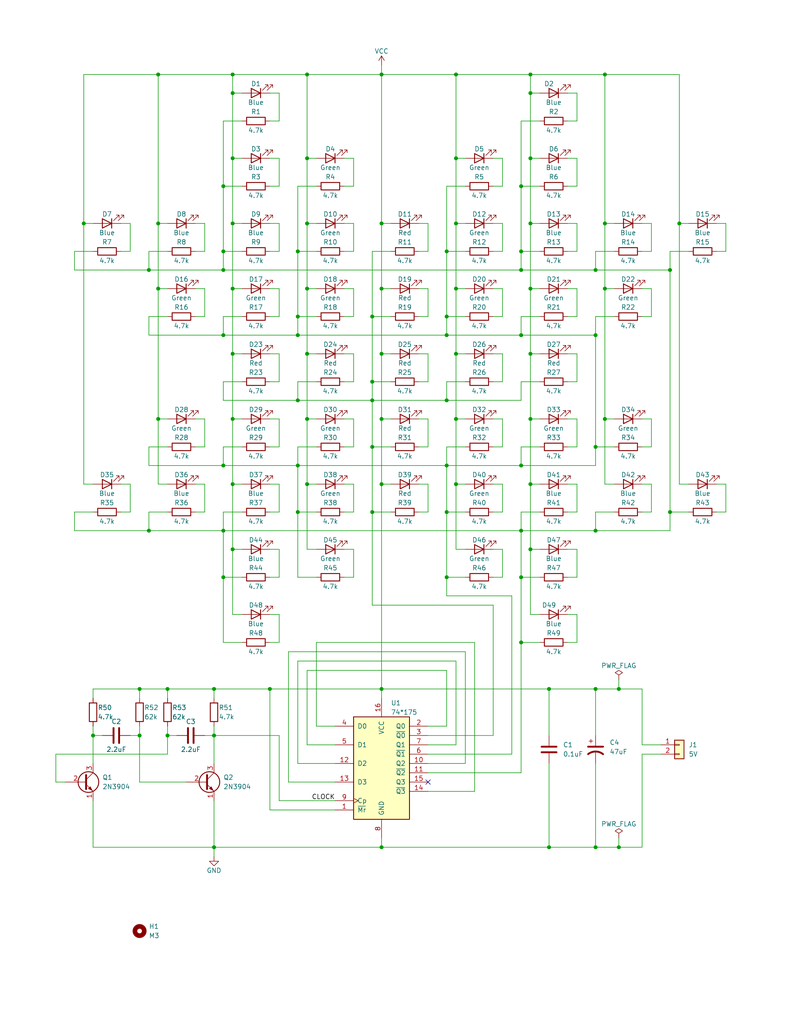
<source format=kicad_sch>
(kicad_sch (version 20211123) (generator eeschema)
  (paper "USLetter" portrait)
  (lib_symbols
    (symbol "74xx:74LS175" (pin_names (offset 1.016))
      (property "Reference" "U" (at -7.62 13.97 0))
      (property "Value" "74LS175" (at -7.62 -16.51 0))
      (symbol "74LS175_1_0"
        (pin input line (at -12.7 -12.7 0) (length 5.08) (name "~{Mr}") (number "1"))
        (pin output line (at 12.7 0 180) (length 5.08) (name "Q2") (number "10"))
        (pin output line (at 12.7 -2.54 180) (length 5.08) (name "~{Q2}") (number "11"))
        (pin input line (at -12.7 0 0) (length 5.08) (name "D2") (number "12"))
        (pin input line (at -12.7 -5.08 0) (length 5.08) (name "D3") (number "13"))
        (pin output line (at 12.7 -7.62 180) (length 5.08) (name "~{Q3}") (number "14"))
        (pin output line (at 12.7 -5.08 180) (length 5.08) (name "Q3") (number "15"))
        (pin power_in line (at 0 17.78 270) (length 5.08) (name "VCC") (number "16"))
        (pin output line (at 12.7 10.16 180) (length 5.08) (name "Q0") (number "2"))
        (pin output line (at 12.7 7.62 180) (length 5.08) (name "~{Q0}") (number "3"))
        (pin input line (at -12.7 10.16 0) (length 5.08) (name "D0") (number "4"))
        (pin input line (at -12.7 5.08 0) (length 5.08) (name "D1") (number "5"))
        (pin output line (at 12.7 2.54 180) (length 5.08) (name "~{Q1}") (number "6"))
        (pin output line (at 12.7 5.08 180) (length 5.08) (name "Q1") (number "7"))
        (pin power_in line (at 0 -20.32 90) (length 5.08) (name "GND") (number "8"))
        (pin input clock (at -12.7 -10.16 0) (length 5.08) (name "Cp") (number "9"))
      )
    )
    (symbol "Connector_Generic:Conn_01x02" (pin_names (offset 1.016) hide)
      (property "Reference" "J" (at 0 2.54 0))
      (property "Value" "Conn_01x02" (at 0 -5.08 0))
      (symbol "Conn_01x02_1_1"
        (pin passive line (at -5.08 0 0) (length 3.81) (name "Pin_1") (number "1"))
        (pin passive line (at -5.08 -2.54 0) (length 3.81) (name "Pin_2") (number "2"))
      )
    )
    (symbol "Device:C" (pin_numbers hide) (pin_names (offset 0.254))
      (property "Reference" "C" (at 0.635 2.54 0))
      (property "Value" "C" (at 0.635 -2.54 0))
      (symbol "C_1_1"
        (pin passive line (at 0 3.81 270) (length 2.794) (name "~") (number "1"))
        (pin passive line (at 0 -3.81 90) (length 2.794) (name "~") (number "2"))
      )
    )
    (symbol "Device:C_Polarized_US" (pin_numbers hide) (pin_names (offset 0.254) hide)
      (property "Reference" "C" (at 0.635 2.54 0))
      (property "Value" "C_Polarized_US" (at 0.635 -2.54 0))
      (symbol "C_Polarized_US_1_1"
        (pin passive line (at 0 3.81 270) (length 2.794) (name "~") (number "1"))
        (pin passive line (at 0 -3.81 90) (length 3.302) (name "~") (number "2"))
      )
    )
    (symbol "Device:LED" (pin_numbers hide) (pin_names (offset 1.016) hide)
      (property "Reference" "D" (at 0 2.54 0))
      (property "Value" "LED" (at 0 -2.54 0))
      (symbol "LED_1_1"
        (pin passive line (at -3.81 0 0) (length 2.54) (name "K") (number "1"))
        (pin passive line (at 3.81 0 180) (length 2.54) (name "A") (number "2"))
      )
    )
    (symbol "Device:R" (pin_numbers hide) (pin_names (offset 0))
      (property "Reference" "R" (at 2.032 0 90))
      (property "Value" "R" (at 0 0 90))
      (symbol "R_1_1"
        (pin passive line (at 0 3.81 270) (length 1.27) (name "~") (number "1"))
        (pin passive line (at 0 -3.81 90) (length 1.27) (name "~") (number "2"))
      )
    )
    (symbol "Mechanical:MountingHole" (pin_names (offset 1.016))
      (property "Reference" "H" (at 0 5.08 0))
      (property "Value" "MountingHole" (at 0 3.175 0))
    )
    (symbol "Transistor_BJT:2N3904" (pin_names (offset 0) hide)
      (property "Reference" "Q" (at 5.08 1.905 0))
      (property "Value" "2N3904" (at 5.08 0 0))
      (symbol "2N3904_1_1"
        (pin passive line (at 2.54 -5.08 90) (length 2.54) (name "E") (number "1"))
        (pin passive line (at -5.08 0 0) (length 5.715) (name "B") (number "2"))
        (pin passive line (at 2.54 5.08 270) (length 2.54) (name "C") (number "3"))
      )
    )
    (symbol "power:GND" (power) (pin_names (offset 0))
      (property "Value" "GND" (at 0 -3.81 0))
      (symbol "GND_1_1"
        (pin power_in line (at 0 0 270) (length 0) hide (name "GND") (number "1"))
      )
    )
    (symbol "power:PWR_FLAG" (power) (pin_numbers hide) (pin_names (offset 0) hide)
      (property "Value" "PWR_FLAG" (at 0 3.81 0))
      (symbol "PWR_FLAG_0_0"
        (pin power_out line (at 0 0 90) (length 0) (name "pwr") (number "1"))
      )
    )
    (symbol "power:VCC" (power) (pin_names (offset 0))
      (property "Value" "VCC" (at 0 3.81 0))
      (symbol "VCC_1_1"
        (pin power_in line (at 0 0 90) (length 0) hide (name "VCC") (number "1"))
      )
    )
  )
  (junction (at 83.82 60.96))
  (junction (at 101.6 121.92))
  (junction (at 124.46 43.18))
  (junction (at 124.46 114.3))
  (junction (at 142.24 91.44))
  (junction (at 43.18 114.3))
  (junction (at 165.1 60.96))
  (junction (at 104.14 60.96))
  (junction (at 40.64 144.78))
  (junction (at 40.64 73.66))
  (junction (at 63.5 25.4))
  (junction (at 124.46 96.52))
  (junction (at 121.92 109.22))
  (junction (at 121.92 68.58))
  (junction (at 142.24 144.78))
  (junction (at 81.28 86.36))
  (junction (at 182.88 139.7))
  (junction (at 58.42 200.66))
  (junction (at 104.14 231.14))
  (junction (at 81.28 139.7))
  (junction (at 162.56 231.14))
  (junction (at 83.82 20.32))
  (junction (at 81.28 68.58))
  (junction (at 144.78 132.08))
  (junction (at 142.24 127))
  (junction (at 81.28 109.22))
  (junction (at 63.5 20.32))
  (junction (at 121.92 127))
  (junction (at 168.91 187.96))
  (junction (at 101.6 139.7))
  (junction (at 83.82 78.74))
  (junction (at 144.78 20.32))
  (junction (at 60.96 157.48))
  (junction (at 101.6 104.14))
  (junction (at 83.82 114.3))
  (junction (at 149.86 187.96))
  (junction (at 142.24 73.66))
  (junction (at 83.82 43.18))
  (junction (at 121.92 139.7))
  (junction (at 83.82 132.08))
  (junction (at 60.96 91.44))
  (junction (at 81.28 127))
  (junction (at 144.78 60.96))
  (junction (at 124.46 60.96))
  (junction (at 60.96 144.78))
  (junction (at 45.72 200.66))
  (junction (at 144.78 149.86))
  (junction (at 162.56 121.92))
  (junction (at 165.1 114.3))
  (junction (at 22.86 60.96))
  (junction (at 63.5 96.52))
  (junction (at 101.6 109.22))
  (junction (at 38.1 200.66))
  (junction (at 144.78 114.3))
  (junction (at 58.42 187.96))
  (junction (at 104.14 78.74))
  (junction (at 104.14 132.08))
  (junction (at 144.78 78.74))
  (junction (at 60.96 68.58))
  (junction (at 162.56 73.66))
  (junction (at 60.96 73.66))
  (junction (at 162.56 91.44))
  (junction (at 43.18 78.74))
  (junction (at 165.1 20.32))
  (junction (at 144.78 96.52))
  (junction (at 185.42 60.96))
  (junction (at 104.14 96.52))
  (junction (at 25.4 200.66))
  (junction (at 162.56 144.78))
  (junction (at 45.72 187.96))
  (junction (at 60.96 127))
  (junction (at 168.91 231.14))
  (junction (at 58.42 231.14))
  (junction (at 144.78 25.4))
  (junction (at 142.24 50.8))
  (junction (at 43.18 60.96))
  (junction (at 149.86 231.14))
  (junction (at 73.66 187.96))
  (junction (at 63.5 78.74))
  (junction (at 124.46 132.08))
  (junction (at 124.46 20.32))
  (junction (at 142.24 175.26))
  (junction (at 63.5 149.86))
  (junction (at 124.46 78.74))
  (junction (at 81.28 91.44))
  (junction (at 38.1 187.96))
  (junction (at 121.92 91.44))
  (junction (at 121.92 86.36))
  (junction (at 60.96 50.8))
  (junction (at 104.14 114.3))
  (junction (at 165.1 78.74))
  (junction (at 63.5 132.08))
  (junction (at 63.5 43.18))
  (junction (at 142.24 157.48))
  (junction (at 142.24 68.58))
  (junction (at 83.82 96.52))
  (junction (at 104.14 187.96))
  (junction (at 104.14 20.32))
  (junction (at 63.5 60.96))
  (junction (at 121.92 157.48))
  (junction (at 162.56 187.96))
  (junction (at 43.18 20.32))
  (junction (at 101.6 86.36))
  (junction (at 144.78 43.18))
  (junction (at 182.88 73.66))
  (junction (at 63.5 114.3))
  (no_connect (at 116.84 213.36))
  (wire (pts (xy 144.78 78.74) (xy 144.78 96.52)))
  (wire (pts (xy 25.4 139.7) (xy 20.32 139.7)))
  (wire (pts (xy 144.78 43.18) (xy 144.78 60.96)))
  (wire (pts (xy 76.2 121.92) (xy 73.66 121.92)))
  (wire (pts (xy 60.96 68.58) (xy 60.96 73.66)))
  (wire (pts (xy 142.24 91.44) (xy 121.92 91.44)))
  (wire (pts (xy 127 139.7) (xy 121.92 139.7)))
  (wire (pts (xy 106.68 121.92) (xy 101.6 121.92)))
  (wire (pts (xy 81.28 68.58) (xy 81.28 50.8)))
  (wire (pts (xy 83.82 114.3) (xy 83.82 132.08)))
  (wire (pts (xy 63.5 78.74) (xy 63.5 96.52)))
  (wire (pts (xy 134.62 114.3) (xy 137.16 114.3)))
  (wire (pts (xy 157.48 121.92) (xy 154.94 121.92)))
  (wire (pts (xy 55.88 60.96) (xy 55.88 68.58)))
  (wire (pts (xy 60.96 50.8) (xy 60.96 68.58)))
  (wire (pts (xy 45.72 200.66) (xy 48.26 200.66)))
  (wire (pts (xy 137.16 139.7) (xy 134.62 139.7)))
  (wire (pts (xy 104.14 132.08) (xy 104.14 187.96)))
  (wire (pts (xy 86.36 78.74) (xy 83.82 78.74)))
  (wire (pts (xy 86.36 157.48) (xy 81.28 157.48)))
  (wire (pts (xy 134.62 43.18) (xy 137.16 43.18)))
  (wire (pts (xy 66.04 121.92) (xy 60.96 121.92)))
  (wire (pts (xy 45.72 68.58) (xy 40.64 68.58)))
  (wire (pts (xy 35.56 132.08) (xy 35.56 139.7)))
  (wire (pts (xy 121.92 86.36) (xy 121.92 68.58)))
  (wire (pts (xy 86.36 114.3) (xy 83.82 114.3)))
  (wire (pts (xy 121.92 157.48) (xy 121.92 162.56)))
  (wire (pts (xy 175.26 205.74) (xy 175.26 231.14)))
  (wire (pts (xy 127 78.74) (xy 124.46 78.74)))
  (wire (pts (xy 58.42 187.96) (xy 73.66 187.96)))
  (wire (pts (xy 127 60.96) (xy 124.46 60.96)))
  (wire (pts (xy 20.32 68.58) (xy 20.32 73.66)))
  (wire (pts (xy 175.26 60.96) (xy 177.8 60.96)))
  (wire (pts (xy 86.36 60.96) (xy 83.82 60.96)))
  (wire (pts (xy 157.48 60.96) (xy 157.48 68.58)))
  (wire (pts (xy 114.3 78.74) (xy 116.84 78.74)))
  (wire (pts (xy 91.44 213.36) (xy 78.74 213.36)))
  (wire (pts (xy 142.24 109.22) (xy 142.24 104.14)))
  (wire (pts (xy 76.2 218.44) (xy 91.44 218.44)))
  (wire (pts (xy 127 43.18) (xy 124.46 43.18)))
  (wire (pts (xy 60.96 91.44) (xy 40.64 91.44)))
  (wire (pts (xy 35.56 200.66) (xy 38.1 200.66)))
  (wire (pts (xy 180.34 205.74) (xy 175.26 205.74)))
  (wire (pts (xy 45.72 200.66) (xy 45.72 205.74)))
  (wire (pts (xy 139.7 162.56) (xy 139.7 205.74)))
  (wire (pts (xy 73.66 167.64) (xy 76.2 167.64)))
  (wire (pts (xy 45.72 78.74) (xy 43.18 78.74)))
  (wire (pts (xy 124.46 78.74) (xy 124.46 96.52)))
  (wire (pts (xy 149.86 208.28) (xy 149.86 231.14)))
  (wire (pts (xy 167.64 121.92) (xy 162.56 121.92)))
  (wire (pts (xy 134.62 96.52) (xy 137.16 96.52)))
  (wire (pts (xy 63.5 114.3) (xy 63.5 132.08)))
  (wire (pts (xy 121.92 68.58) (xy 121.92 50.8)))
  (wire (pts (xy 76.2 60.96) (xy 76.2 68.58)))
  (wire (pts (xy 60.96 144.78) (xy 60.96 157.48)))
  (wire (pts (xy 55.88 78.74) (xy 55.88 86.36)))
  (wire (pts (xy 43.18 114.3) (xy 43.18 132.08)))
  (wire (pts (xy 124.46 132.08) (xy 124.46 149.86)))
  (wire (pts (xy 154.94 114.3) (xy 157.48 114.3)))
  (wire (pts (xy 38.1 187.96) (xy 38.1 190.5)))
  (wire (pts (xy 55.88 86.36) (xy 53.34 86.36)))
  (wire (pts (xy 157.48 43.18) (xy 157.48 50.8)))
  (wire (pts (xy 66.04 132.08) (xy 63.5 132.08)))
  (wire (pts (xy 25.4 132.08) (xy 22.86 132.08)))
  (wire (pts (xy 104.14 20.32) (xy 124.46 20.32)))
  (wire (pts (xy 63.5 20.32) (xy 83.82 20.32)))
  (wire (pts (xy 142.24 139.7) (xy 142.24 144.78)))
  (wire (pts (xy 154.94 78.74) (xy 157.48 78.74)))
  (wire (pts (xy 55.88 200.66) (xy 58.42 200.66)))
  (wire (pts (xy 175.26 132.08) (xy 177.8 132.08)))
  (wire (pts (xy 96.52 50.8) (xy 93.98 50.8)))
  (wire (pts (xy 86.36 121.92) (xy 81.28 121.92)))
  (wire (pts (xy 121.92 91.44) (xy 121.92 86.36)))
  (wire (pts (xy 147.32 132.08) (xy 144.78 132.08)))
  (wire (pts (xy 38.1 200.66) (xy 38.1 213.36)))
  (wire (pts (xy 86.36 50.8) (xy 81.28 50.8)))
  (wire (pts (xy 106.68 104.14) (xy 101.6 104.14)))
  (wire (pts (xy 121.92 121.92) (xy 121.92 127)))
  (wire (pts (xy 147.32 86.36) (xy 142.24 86.36)))
  (wire (pts (xy 73.66 25.4) (xy 76.2 25.4)))
  (wire (pts (xy 58.42 231.14) (xy 104.14 231.14)))
  (wire (pts (xy 142.24 175.26) (xy 142.24 210.82)))
  (wire (pts (xy 96.52 43.18) (xy 96.52 50.8)))
  (wire (pts (xy 60.96 144.78) (xy 142.24 144.78)))
  (wire (pts (xy 177.8 139.7) (xy 175.26 139.7)))
  (wire (pts (xy 154.94 60.96) (xy 157.48 60.96)))
  (wire (pts (xy 58.42 200.66) (xy 58.42 208.28)))
  (wire (pts (xy 76.2 167.64) (xy 76.2 175.26)))
  (wire (pts (xy 35.56 139.7) (xy 33.02 139.7)))
  (wire (pts (xy 116.84 96.52) (xy 116.84 104.14)))
  (wire (pts (xy 76.2 132.08) (xy 76.2 139.7)))
  (wire (pts (xy 43.18 78.74) (xy 43.18 114.3)))
  (wire (pts (xy 55.88 132.08) (xy 55.88 139.7)))
  (wire (pts (xy 60.96 139.7) (xy 60.96 144.78)))
  (wire (pts (xy 127 208.28) (xy 116.84 208.28)))
  (wire (pts (xy 162.56 187.96) (xy 162.56 200.66)))
  (wire (pts (xy 167.64 68.58) (xy 162.56 68.58)))
  (wire (pts (xy 127 157.48) (xy 121.92 157.48)))
  (wire (pts (xy 86.36 43.18) (xy 83.82 43.18)))
  (wire (pts (xy 142.24 73.66) (xy 162.56 73.66)))
  (wire (pts (xy 147.32 104.14) (xy 142.24 104.14)))
  (wire (pts (xy 106.68 78.74) (xy 104.14 78.74)))
  (wire (pts (xy 93.98 96.52) (xy 96.52 96.52)))
  (wire (pts (xy 15.24 205.74) (xy 15.24 213.36)))
  (wire (pts (xy 104.14 231.14) (xy 149.86 231.14)))
  (wire (pts (xy 195.58 132.08) (xy 198.12 132.08)))
  (wire (pts (xy 58.42 231.14) (xy 58.42 218.44)))
  (wire (pts (xy 147.32 121.92) (xy 142.24 121.92)))
  (wire (pts (xy 73.66 220.98) (xy 91.44 220.98)))
  (wire (pts (xy 144.78 114.3) (xy 144.78 132.08)))
  (wire (pts (xy 121.92 91.44) (xy 81.28 91.44)))
  (wire (pts (xy 22.86 20.32) (xy 22.86 60.96)))
  (wire (pts (xy 157.48 78.74) (xy 157.48 86.36)))
  (wire (pts (xy 116.84 86.36) (xy 114.3 86.36)))
  (wire (pts (xy 137.16 50.8) (xy 134.62 50.8)))
  (wire (pts (xy 86.36 104.14) (xy 81.28 104.14)))
  (wire (pts (xy 134.62 165.1) (xy 101.6 165.1)))
  (wire (pts (xy 63.5 43.18) (xy 63.5 60.96)))
  (wire (pts (xy 116.84 210.82) (xy 142.24 210.82)))
  (wire (pts (xy 101.6 121.92) (xy 101.6 139.7)))
  (wire (pts (xy 165.1 20.32) (xy 144.78 20.32)))
  (wire (pts (xy 127 86.36) (xy 121.92 86.36)))
  (wire (pts (xy 154.94 96.52) (xy 157.48 96.52)))
  (wire (pts (xy 20.32 144.78) (xy 40.64 144.78)))
  (wire (pts (xy 45.72 198.12) (xy 45.72 200.66)))
  (wire (pts (xy 96.52 149.86) (xy 96.52 157.48)))
  (wire (pts (xy 96.52 157.48) (xy 93.98 157.48)))
  (wire (pts (xy 157.48 104.14) (xy 154.94 104.14)))
  (wire (pts (xy 129.54 175.26) (xy 86.36 175.26)))
  (wire (pts (xy 76.2 157.48) (xy 73.66 157.48)))
  (wire (pts (xy 60.96 104.14) (xy 60.96 109.22)))
  (wire (pts (xy 96.52 114.3) (xy 96.52 121.92)))
  (wire (pts (xy 147.32 33.02) (xy 142.24 33.02)))
  (wire (pts (xy 96.52 132.08) (xy 96.52 139.7)))
  (wire (pts (xy 43.18 20.32) (xy 22.86 20.32)))
  (wire (pts (xy 20.32 139.7) (xy 20.32 144.78)))
  (wire (pts (xy 73.66 43.18) (xy 76.2 43.18)))
  (wire (pts (xy 35.56 68.58) (xy 33.02 68.58)))
  (wire (pts (xy 195.58 60.96) (xy 198.12 60.96)))
  (wire (pts (xy 127 50.8) (xy 121.92 50.8)))
  (wire (pts (xy 25.4 187.96) (xy 25.4 190.5)))
  (wire (pts (xy 83.82 60.96) (xy 83.82 78.74)))
  (wire (pts (xy 124.46 20.32) (xy 144.78 20.32)))
  (wire (pts (xy 101.6 165.1) (xy 101.6 139.7)))
  (wire (pts (xy 106.68 96.52) (xy 104.14 96.52)))
  (wire (pts (xy 40.64 121.92) (xy 40.64 127)))
  (wire (pts (xy 165.1 60.96) (xy 165.1 78.74)))
  (wire (pts (xy 53.34 78.74) (xy 55.88 78.74)))
  (wire (pts (xy 83.82 20.32) (xy 83.82 43.18)))
  (wire (pts (xy 38.1 187.96) (xy 45.72 187.96)))
  (wire (pts (xy 162.56 144.78) (xy 182.88 144.78)))
  (wire (pts (xy 45.72 121.92) (xy 40.64 121.92)))
  (wire (pts (xy 124.46 180.34) (xy 124.46 203.2)))
  (wire (pts (xy 60.96 33.02) (xy 60.96 50.8)))
  (wire (pts (xy 154.94 25.4) (xy 157.48 25.4)))
  (wire (pts (xy 147.32 50.8) (xy 142.24 50.8)))
  (wire (pts (xy 86.36 96.52) (xy 83.82 96.52)))
  (wire (pts (xy 66.04 78.74) (xy 63.5 78.74)))
  (wire (pts (xy 25.4 200.66) (xy 27.94 200.66)))
  (wire (pts (xy 60.96 157.48) (xy 60.96 175.26)))
  (wire (pts (xy 162.56 139.7) (xy 162.56 144.78)))
  (wire (pts (xy 137.16 43.18) (xy 137.16 50.8)))
  (wire (pts (xy 73.66 96.52) (xy 76.2 96.52)))
  (wire (pts (xy 81.28 91.44) (xy 81.28 86.36)))
  (wire (pts (xy 86.36 149.86) (xy 83.82 149.86)))
  (wire (pts (xy 127 177.8) (xy 127 208.28)))
  (wire (pts (xy 104.14 78.74) (xy 104.14 96.52)))
  (wire (pts (xy 45.72 187.96) (xy 45.72 190.5)))
  (wire (pts (xy 25.4 68.58) (xy 20.32 68.58)))
  (wire (pts (xy 147.32 43.18) (xy 144.78 43.18)))
  (wire (pts (xy 134.62 149.86) (xy 137.16 149.86)))
  (wire (pts (xy 175.26 187.96) (xy 168.91 187.96)))
  (wire (pts (xy 73.66 114.3) (xy 76.2 114.3)))
  (wire (pts (xy 81.28 86.36) (xy 81.28 68.58)))
  (wire (pts (xy 157.48 33.02) (xy 154.94 33.02)))
  (wire (pts (xy 45.72 187.96) (xy 58.42 187.96)))
  (wire (pts (xy 73.66 60.96) (xy 76.2 60.96)))
  (wire (pts (xy 81.28 127) (xy 121.92 127)))
  (wire (pts (xy 81.28 127) (xy 81.28 139.7)))
  (wire (pts (xy 147.32 78.74) (xy 144.78 78.74)))
  (wire (pts (xy 137.16 104.14) (xy 134.62 104.14)))
  (wire (pts (xy 127 68.58) (xy 121.92 68.58)))
  (wire (pts (xy 76.2 104.14) (xy 73.66 104.14)))
  (wire (pts (xy 137.16 114.3) (xy 137.16 121.92)))
  (wire (pts (xy 121.92 139.7) (xy 121.92 157.48)))
  (wire (pts (xy 137.16 132.08) (xy 137.16 139.7)))
  (wire (pts (xy 157.48 175.26) (xy 154.94 175.26)))
  (wire (pts (xy 91.44 208.28) (xy 81.28 208.28)))
  (wire (pts (xy 60.96 73.66) (xy 142.24 73.66)))
  (wire (pts (xy 63.5 96.52) (xy 63.5 114.3)))
  (wire (pts (xy 83.82 96.52) (xy 83.82 114.3)))
  (wire (pts (xy 93.98 114.3) (xy 96.52 114.3)))
  (wire (pts (xy 76.2 200.66) (xy 76.2 218.44)))
  (wire (pts (xy 83.82 78.74) (xy 83.82 96.52)))
  (wire (pts (xy 180.34 203.2) (xy 175.26 203.2)))
  (wire (pts (xy 101.6 109.22) (xy 121.92 109.22)))
  (wire (pts (xy 121.92 109.22) (xy 142.24 109.22)))
  (wire (pts (xy 58.42 187.96) (xy 58.42 190.5)))
  (wire (pts (xy 40.64 68.58) (xy 40.64 73.66)))
  (wire (pts (xy 154.94 132.08) (xy 157.48 132.08)))
  (wire (pts (xy 73.66 220.98) (xy 73.66 187.96)))
  (wire (pts (xy 134.62 132.08) (xy 137.16 132.08)))
  (wire (pts (xy 66.04 167.64) (xy 63.5 167.64)))
  (wire (pts (xy 58.42 200.66) (xy 76.2 200.66)))
  (wire (pts (xy 106.68 60.96) (xy 104.14 60.96)))
  (wire (pts (xy 81.28 109.22) (xy 101.6 109.22)))
  (wire (pts (xy 73.66 132.08) (xy 76.2 132.08)))
  (wire (pts (xy 147.32 114.3) (xy 144.78 114.3)))
  (wire (pts (xy 147.32 25.4) (xy 144.78 25.4)))
  (wire (pts (xy 144.78 20.32) (xy 144.78 25.4)))
  (wire (pts (xy 104.14 114.3) (xy 104.14 132.08)))
  (wire (pts (xy 60.96 127) (xy 81.28 127)))
  (wire (pts (xy 83.82 203.2) (xy 83.82 182.88)))
  (wire (pts (xy 124.46 43.18) (xy 124.46 60.96)))
  (wire (pts (xy 167.64 78.74) (xy 165.1 78.74)))
  (wire (pts (xy 154.94 43.18) (xy 157.48 43.18)))
  (wire (pts (xy 66.04 104.14) (xy 60.96 104.14)))
  (wire (pts (xy 55.88 114.3) (xy 55.88 121.92)))
  (wire (pts (xy 40.64 139.7) (xy 40.64 144.78)))
  (wire (pts (xy 157.48 149.86) (xy 157.48 157.48)))
  (wire (pts (xy 114.3 60.96) (xy 116.84 60.96)))
  (wire (pts (xy 106.68 86.36) (xy 101.6 86.36)))
  (wire (pts (xy 187.96 68.58) (xy 182.88 68.58)))
  (wire (pts (xy 73.66 78.74) (xy 76.2 78.74)))
  (wire (pts (xy 185.42 132.08) (xy 185.42 60.96)))
  (wire (pts (xy 66.04 114.3) (xy 63.5 114.3)))
  (wire (pts (xy 124.46 114.3) (xy 124.46 132.08)))
  (wire (pts (xy 157.48 96.52) (xy 157.48 104.14)))
  (wire (pts (xy 116.84 114.3) (xy 116.84 121.92)))
  (wire (pts (xy 127 121.92) (xy 121.92 121.92)))
  (wire (pts (xy 175.26 114.3) (xy 177.8 114.3)))
  (wire (pts (xy 43.18 20.32) (xy 43.18 60.96)))
  (wire (pts (xy 96.52 139.7) (xy 93.98 139.7)))
  (wire (pts (xy 25.4 187.96) (xy 38.1 187.96)))
  (wire (pts (xy 182.88 144.78) (xy 182.88 139.7)))
  (wire (pts (xy 177.8 114.3) (xy 177.8 121.92)))
  (wire (pts (xy 73.66 149.86) (xy 76.2 149.86)))
  (wire (pts (xy 175.26 78.74) (xy 177.8 78.74)))
  (wire (pts (xy 116.84 121.92) (xy 114.3 121.92)))
  (wire (pts (xy 104.14 187.96) (xy 149.86 187.96)))
  (wire (pts (xy 147.32 149.86) (xy 144.78 149.86)))
  (wire (pts (xy 55.88 139.7) (xy 53.34 139.7)))
  (wire (pts (xy 147.32 175.26) (xy 142.24 175.26)))
  (wire (pts (xy 154.94 167.64) (xy 157.48 167.64)))
  (wire (pts (xy 58.42 200.66) (xy 58.42 198.12)))
  (wire (pts (xy 25.4 231.14) (xy 58.42 231.14)))
  (wire (pts (xy 60.96 109.22) (xy 81.28 109.22)))
  (wire (pts (xy 20.32 73.66) (xy 40.64 73.66)))
  (wire (pts (xy 165.1 60.96) (xy 165.1 20.32)))
  (wire (pts (xy 83.82 20.32) (xy 104.14 20.32)))
  (wire (pts (xy 76.2 33.02) (xy 73.66 33.02)))
  (wire (pts (xy 96.52 121.92) (xy 93.98 121.92)))
  (wire (pts (xy 144.78 25.4) (xy 144.78 43.18)))
  (wire (pts (xy 121.92 127) (xy 142.24 127)))
  (wire (pts (xy 45.72 86.36) (xy 40.64 86.36)))
  (wire (pts (xy 104.14 60.96) (xy 104.14 78.74)))
  (wire (pts (xy 96.52 104.14) (xy 93.98 104.14)))
  (wire (pts (xy 121.92 104.14) (xy 121.92 109.22)))
  (wire (pts (xy 66.04 96.52) (xy 63.5 96.52)))
  (wire (pts (xy 45.72 60.96) (xy 43.18 60.96)))
  (wire (pts (xy 114.3 132.08) (xy 116.84 132.08)))
  (wire (pts (xy 137.16 96.52) (xy 137.16 104.14)))
  (wire (pts (xy 63.5 149.86) (xy 63.5 167.64)))
  (wire (pts (xy 144.78 149.86) (xy 144.78 167.64)))
  (wire (pts (xy 40.64 144.78) (xy 60.96 144.78)))
  (wire (pts (xy 76.2 96.52) (xy 76.2 104.14)))
  (wire (pts (xy 86.36 139.7) (xy 81.28 139.7)))
  (wire (pts (xy 33.02 132.08) (xy 35.56 132.08)))
  (wire (pts (xy 134.62 200.66) (xy 134.62 165.1)))
  (wire (pts (xy 137.16 157.48) (xy 134.62 157.48)))
  (wire (pts (xy 116.84 78.74) (xy 116.84 86.36)))
  (wire (pts (xy 162.56 231.14) (xy 168.91 231.14)))
  (wire (pts (xy 116.84 132.08) (xy 116.84 139.7)))
  (wire (pts (xy 134.62 60.96) (xy 137.16 60.96)))
  (wire (pts (xy 142.24 157.48) (xy 142.24 175.26)))
  (wire (pts (xy 144.78 60.96) (xy 144.78 78.74)))
  (wire (pts (xy 45.72 114.3) (xy 43.18 114.3)))
  (wire (pts (xy 142.24 121.92) (xy 142.24 127)))
  (wire (pts (xy 55.88 121.92) (xy 53.34 121.92)))
  (wire (pts (xy 40.64 91.44) (xy 40.64 86.36)))
  (wire (pts (xy 198.12 60.96) (xy 198.12 68.58)))
  (wire (pts (xy 144.78 96.52) (xy 144.78 114.3)))
  (wire (pts (xy 167.64 60.96) (xy 165.1 60.96)))
  (wire (pts (xy 144.78 132.08) (xy 144.78 149.86)))
  (wire (pts (xy 116.84 139.7) (xy 114.3 139.7)))
  (wire (pts (xy 93.98 43.18) (xy 96.52 43.18)))
  (wire (pts (xy 127 96.52) (xy 124.46 96.52)))
  (wire (pts (xy 96.52 96.52) (xy 96.52 104.14)))
  (wire (pts (xy 40.64 73.66) (xy 60.96 73.66)))
  (wire (pts (xy 15.24 205.74) (xy 45.72 205.74)))
  (wire (pts (xy 187.96 132.08) (xy 185.42 132.08)))
  (wire (pts (xy 177.8 121.92) (xy 175.26 121.92)))
  (wire (pts (xy 121.92 127) (xy 121.92 139.7)))
  (wire (pts (xy 55.88 68.58) (xy 53.34 68.58)))
  (wire (pts (xy 45.72 132.08) (xy 43.18 132.08)))
  (wire (pts (xy 81.28 91.44) (xy 60.96 91.44)))
  (wire (pts (xy 116.84 215.9) (xy 129.54 215.9)))
  (wire (pts (xy 76.2 50.8) (xy 73.66 50.8)))
  (wire (pts (xy 73.66 187.96) (xy 104.14 187.96)))
  (wire (pts (xy 168.91 185.42) (xy 168.91 187.96)))
  (wire (pts (xy 81.28 208.28) (xy 81.28 180.34)))
  (wire (pts (xy 81.28 180.34) (xy 124.46 180.34)))
  (wire (pts (xy 83.82 43.18) (xy 83.82 60.96)))
  (wire (pts (xy 63.5 20.32) (xy 63.5 25.4)))
  (wire (pts (xy 96.52 68.58) (xy 93.98 68.58)))
  (wire (pts (xy 66.04 33.02) (xy 60.96 33.02)))
  (wire (pts (xy 147.32 157.48) (xy 142.24 157.48)))
  (wire (pts (xy 157.48 157.48) (xy 154.94 157.48)))
  (wire (pts (xy 66.04 149.86) (xy 63.5 149.86)))
  (wire (pts (xy 167.64 114.3) (xy 165.1 114.3)))
  (wire (pts (xy 76.2 43.18) (xy 76.2 50.8)))
  (wire (pts (xy 157.48 86.36) (xy 154.94 86.36)))
  (wire (pts (xy 147.32 60.96) (xy 144.78 60.96)))
  (wire (pts (xy 86.36 132.08) (xy 83.82 132.08)))
  (wire (pts (xy 142.24 68.58) (xy 142.24 73.66)))
  (wire (pts (xy 137.16 78.74) (xy 137.16 86.36)))
  (wire (pts (xy 147.32 139.7) (xy 142.24 139.7)))
  (wire (pts (xy 86.36 175.26) (xy 86.36 198.12)))
  (wire (pts (xy 177.8 86.36) (xy 175.26 86.36)))
  (wire (pts (xy 116.84 205.74) (xy 139.7 205.74)))
  (wire (pts (xy 149.86 187.96) (xy 162.56 187.96)))
  (wire (pts (xy 116.84 68.58) (xy 114.3 68.58)))
  (wire (pts (xy 66.04 139.7) (xy 60.96 139.7)))
  (wire (pts (xy 137.16 121.92) (xy 134.62 121.92)))
  (wire (pts (xy 93.98 78.74) (xy 96.52 78.74)))
  (wire (pts (xy 175.26 203.2) (xy 175.26 187.96)))
  (wire (pts (xy 25.4 218.44) (xy 25.4 231.14)))
  (wire (pts (xy 147.32 96.52) (xy 144.78 96.52)))
  (wire (pts (xy 198.12 139.7) (xy 195.58 139.7)))
  (wire (pts (xy 66.04 43.18) (xy 63.5 43.18)))
  (wire (pts (xy 142.24 50.8) (xy 142.24 68.58)))
  (wire (pts (xy 101.6 104.14) (xy 101.6 109.22)))
  (wire (pts (xy 15.24 213.36) (xy 17.78 213.36)))
  (wire (pts (xy 198.12 68.58) (xy 195.58 68.58)))
  (wire (pts (xy 162.56 73.66) (xy 182.88 73.66)))
  (wire (pts (xy 81.28 104.14) (xy 81.28 109.22)))
  (wire (pts (xy 142.24 86.36) (xy 142.24 91.44)))
  (wire (pts (xy 198.12 132.08) (xy 198.12 139.7)))
  (wire (pts (xy 142.24 33.02) (xy 142.24 50.8)))
  (wire (pts (xy 53.34 60.96) (xy 55.88 60.96)))
  (wire (pts (xy 101.6 86.36) (xy 101.6 104.14)))
  (wire (pts (xy 162.56 121.92) (xy 162.56 127)))
  (wire (pts (xy 149.86 231.14) (xy 162.56 231.14)))
  (wire (pts (xy 185.42 20.32) (xy 165.1 20.32)))
  (wire (pts (xy 91.44 203.2) (xy 83.82 203.2)))
  (wire (pts (xy 147.32 68.58) (xy 142.24 68.58)))
  (wire (pts (xy 154.94 149.86) (xy 157.48 149.86)))
  (wire (pts (xy 124.46 20.32) (xy 124.46 43.18)))
  (wire (pts (xy 86.36 198.12) (xy 91.44 198.12)))
  (wire (pts (xy 83.82 182.88) (xy 121.92 182.88)))
  (wire (pts (xy 157.48 25.4) (xy 157.48 33.02)))
  (wire (pts (xy 66.04 68.58) (xy 60.96 68.58)))
  (wire (pts (xy 83.82 132.08) (xy 83.82 149.86)))
  (wire (pts (xy 162.56 91.44) (xy 162.56 121.92)))
  (wire (pts (xy 177.8 132.08) (xy 177.8 139.7)))
  (wire (pts (xy 63.5 132.08) (xy 63.5 149.86)))
  (wire (pts (xy 162.56 91.44) (xy 142.24 91.44)))
  (wire (pts (xy 116.84 60.96) (xy 116.84 68.58)))
  (wire (pts (xy 127 132.08) (xy 124.46 132.08)))
  (wire (pts (xy 93.98 132.08) (xy 96.52 132.08)))
  (wire (pts (xy 38.1 200.66) (xy 38.1 198.12)))
  (wire (pts (xy 76.2 139.7) (xy 73.66 139.7)))
  (wire (pts (xy 177.8 60.96) (xy 177.8 68.58)))
  (wire (pts (xy 182.88 73.66) (xy 182.88 68.58)))
  (wire (pts (xy 187.96 139.7) (xy 182.88 139.7)))
  (wire (pts (xy 106.68 132.08) (xy 104.14 132.08)))
  (wire (pts (xy 76.2 175.26) (xy 73.66 175.26)))
  (wire (pts (xy 101.6 109.22) (xy 101.6 121.92)))
  (wire (pts (xy 43.18 60.96) (xy 43.18 78.74)))
  (wire (pts (xy 157.48 132.08) (xy 157.48 139.7)))
  (wire (pts (xy 35.56 60.96) (xy 35.56 68.58)))
  (wire (pts (xy 137.16 68.58) (xy 134.62 68.58)))
  (wire (pts (xy 38.1 213.36) (xy 50.8 213.36)))
  (wire (pts (xy 66.04 86.36) (xy 60.96 86.36)))
  (wire (pts (xy 33.02 60.96) (xy 35.56 60.96)))
  (wire (pts (xy 66.04 175.26) (xy 60.96 175.26)))
  (wire (pts (xy 104.14 17.78) (xy 104.14 20.32)))
  (wire (pts (xy 76.2 25.4) (xy 76.2 33.02)))
  (wire (pts (xy 116.84 104.14) (xy 114.3 104.14)))
  (wire (pts (xy 63.5 20.32) (xy 43.18 20.32)))
  (wire (pts (xy 60.96 86.36) (xy 60.96 91.44)))
  (wire (pts (xy 157.48 50.8) (xy 154.94 50.8)))
  (wire (pts (xy 137.16 60.96) (xy 137.16 68.58)))
  (wire (pts (xy 22.86 60.96) (xy 22.86 132.08)))
  (wire (pts (xy 165.1 78.74) (xy 165.1 114.3)))
  (wire (pts (xy 106.68 114.3) (xy 104.14 114.3)))
  (wire (pts (xy 162.56 68.58) (xy 162.56 73.66)))
  (wire (pts (xy 104.14 187.96) (xy 104.14 190.5)))
  (wire (pts (xy 25.4 200.66) (xy 25.4 208.28)))
  (wire (pts (xy 127 149.86) (xy 124.46 149.86)))
  (wire (pts (xy 86.36 86.36) (xy 81.28 86.36)))
  (wire (pts (xy 114.3 96.52) (xy 116.84 96.52)))
  (wire (pts (xy 106.68 139.7) (xy 101.6 139.7)))
  (wire (pts (xy 45.72 139.7) (xy 40.64 139.7)))
  (wire (pts (xy 25.4 60.96) (xy 22.86 60.96)))
  (wire (pts (xy 127 104.14) (xy 121.92 104.14)))
  (wire (pts (xy 182.88 73.66) (xy 182.88 139.7)))
  (wire (pts (xy 137.16 149.86) (xy 137.16 157.48)))
  (wire (pts (xy 53.34 114.3) (xy 55.88 114.3)))
  (wire (pts (xy 104.14 96.52) (xy 104.14 114.3)))
  (wire (pts (xy 76.2 86.36) (xy 73.66 86.36)))
  (wire (pts (xy 40.64 127) (xy 60.96 127)))
  (wire (pts (xy 78.74 213.36) (xy 78.74 177.8)))
  (wire (pts (xy 157.48 167.64) (xy 157.48 175.26)))
  (wire (pts (xy 167.64 139.7) (xy 162.56 139.7)))
  (wire (pts (xy 76.2 114.3) (xy 76.2 121.92)))
  (wire (pts (xy 134.62 78.74) (xy 137.16 78.74)))
  (wire (pts (xy 124.46 96.52) (xy 124.46 114.3)))
  (wire (pts (xy 124.46 203.2) (xy 116.84 203.2)))
  (wire (pts (xy 63.5 25.4) (xy 63.5 43.18)))
  (wire (pts (xy 177.8 68.58) (xy 175.26 68.58)))
  (wire (pts (xy 53.34 132.08) (xy 55.88 132.08)))
  (wire (pts (xy 101.6 68.58) (xy 101.6 86.36)))
  (wire (pts (xy 147.32 167.64) (xy 144.78 167.64)))
  (wire (pts (xy 168.91 187.96) (xy 162.56 187.96)))
  (wire (pts (xy 81.28 121.92) (xy 81.28 127)))
  (wire (pts (xy 93.98 149.86) (xy 96.52 149.86)))
  (wire (pts (xy 157.48 68.58) (xy 154.94 68.58)))
  (wire (pts (xy 116.84 200.66) (xy 134.62 200.66)))
  (wire (pts (xy 157.48 114.3) (xy 157.48 121.92)))
  (wire (pts (xy 124.46 60.96) (xy 124.46 78.74)))
  (wire (pts (xy 66.04 25.4) (xy 63.5 25.4)))
  (wire (pts (xy 114.3 114.3) (xy 116.84 114.3)))
  (wire (pts (xy 157.48 139.7) (xy 154.94 139.7)))
  (wire (pts (xy 121.92 198.12) (xy 116.84 198.12)))
  (wire (pts (xy 127 114.3) (xy 124.46 114.3)))
  (wire (pts (xy 168.91 228.6) (xy 168.91 231.14)))
  (wire (pts (xy 66.04 157.48) (xy 60.96 157.48)))
  (wire (pts (xy 76.2 78.74) (xy 76.2 86.36)))
  (wire (pts (xy 185.42 60.96) (xy 187.96 60.96)))
  (wire (pts (xy 104.14 228.6) (xy 104.14 231.14)))
  (wire (pts (xy 63.5 60.96) (xy 63.5 78.74)))
  (wire (pts (xy 93.98 60.96) (xy 96.52 60.96)))
  (wire (pts (xy 60.96 121.92) (xy 60.96 127)))
  (wire (pts (xy 137.16 86.36) (xy 134.62 86.36)))
  (wire (pts (xy 142.24 144.78) (xy 142.24 157.48)))
  (wire (pts (xy 168.91 231.14) (xy 175.26 231.14)))
  (wire (pts (xy 104.14 20.32) (xy 104.14 60.96)))
  (wire (pts (xy 177.8 78.74) (xy 177.8 86.36)))
  (wire (pts (xy 165.1 114.3) (xy 165.1 132.08)))
  (wire (pts (xy 185.42 60.96) (xy 185.42 20.32)))
  (wire (pts (xy 162.56 86.36) (xy 162.56 91.44)))
  (wire (pts (xy 66.04 60.96) (xy 63.5 60.96)))
  (wire (pts (xy 106.68 68.58) (xy 101.6 68.58)))
  (wire (pts (xy 58.42 231.14) (xy 58.42 233.68)))
  (wire (pts (xy 96.52 86.36) (xy 93.98 86.36)))
  (wire (pts (xy 25.4 198.12) (xy 25.4 200.66)))
  (wire (pts (xy 162.56 231.14) (xy 162.56 208.28)))
  (wire (pts (xy 121.92 182.88) (xy 121.92 198.12)))
  (wire (pts (xy 96.52 78.74) (xy 96.52 86.36)))
  (wire (pts (xy 76.2 68.58) (xy 73.66 68.58)))
  (wire (pts (xy 66.04 50.8) (xy 60.96 50.8)))
  (wire (pts (xy 121.92 162.56) (xy 139.7 162.56)))
  (wire (pts (xy 86.36 68.58) (xy 81.28 68.58)))
  (wire (pts (xy 129.54 215.9) (xy 129.54 175.26)))
  (wire (pts (xy 142.24 144.78) (xy 162.56 144.78)))
  (wire (pts (xy 78.74 177.8) (xy 127 177.8)))
  (wire (pts (xy 167.64 86.36) (xy 162.56 86.36)))
  (wire (pts (xy 142.24 127) (xy 162.56 127)))
  (wire (pts (xy 149.86 187.96) (xy 149.86 200.66)))
  (wire (pts (xy 81.28 139.7) (xy 81.28 157.48)))
  (wire (pts (xy 76.2 149.86) (xy 76.2 157.48)))
  (wire (pts (xy 167.64 132.08) (xy 165.1 132.08)))
  (wire (pts (xy 96.52 60.96) (xy 96.52 68.58)))
  (label "CLOCK" (at 91.44 218.44 180))
  (symbol (lib_id "Device:R") (at 49.53 121.92 90) (unit 1)
    (property "Reference" "R28" (at 49.53 119.38 90))
    (property "Value" "4.7k" (at 49.53 124.46 90))
    (property "Footprint" "Resistor_THT:R_Axial_DIN0207_L6.3mm_D2.5mm_P7.62mm_Horizontal" (effects hide))
  )
  (symbol (lib_id "Device:C") (at 31.75 200.66 90) (unit 1)
    (property "Reference" "C2" (at 31.75 196.85 90))
    (property "Value" "2.2uF" (at 31.75 204.47 90))
    (property "Footprint" "Capacitor_THT:C_Rect_L7.0mm_W2.0mm_P5.00mm" (effects hide))
  )
  (symbol (lib_id "Device:R") (at 49.53 139.7 90) (unit 1)
    (property "Reference" "R36" (at 49.53 137.16 90))
    (property "Value" "4.7k" (at 49.53 142.24 90))
    (property "Footprint" "Resistor_THT:R_Axial_DIN0207_L6.3mm_D2.5mm_P7.62mm_Horizontal" (effects hide))
  )
  (symbol (lib_id "Device:R") (at 90.17 157.48 90) (unit 1)
    (property "Reference" "R45" (at 90.17 154.94 90))
    (property "Value" "4.7k" (at 90.17 160.02 90))
    (property "Footprint" "Resistor_THT:R_Axial_DIN0207_L6.3mm_D2.5mm_P7.62mm_Horizontal" (effects hide))
  )
  (symbol (lib_id "power:VCC") (at 104.14 17.78 0) (unit 1)
    (property "Reference" "#PWR0102" (effects hide))
    (property "Value" "VCC" (at 104.14 13.97 0))
  )
  (symbol (lib_id "Device:LED") (at 90.17 114.3 180) (unit 1)
    (property "Reference" "D30" (at 90.17 111.76 0))
    (property "Value" "Green" (at 90.17 116.84 0))
    (property "Footprint" "LED_THT:LED_D3.0mm_Clear" (effects hide))
  )
  (symbol (lib_id "Device:R") (at 25.4 194.31 0) (unit 1)
    (property "Reference" "R50" (at 26.67 193.04 0) (effects (justify left)))
    (property "Value" "4.7k" (at 26.67 195.58 0) (effects (justify left)))
    (property "Footprint" "Resistor_THT:R_Axial_DIN0207_L6.3mm_D2.5mm_P7.62mm_Horizontal" (effects hide))
  )
  (symbol (lib_id "Device:LED") (at 110.49 78.74 180) (unit 1)
    (property "Reference" "D19" (at 110.49 76.2 0))
    (property "Value" "Red" (at 110.49 81.28 0))
    (property "Footprint" "LED_THT:LED_D3.0mm_Clear" (effects hide))
  )
  (symbol (lib_id "Device:R") (at 171.45 68.58 90) (unit 1)
    (property "Reference" "R14" (at 171.45 66.04 90))
    (property "Value" "4.7k" (at 171.45 71.12 90))
    (property "Footprint" "Resistor_THT:R_Axial_DIN0207_L6.3mm_D2.5mm_P7.62mm_Horizontal" (effects hide))
  )
  (symbol (lib_id "Device:R") (at 110.49 121.92 90) (unit 1)
    (property "Reference" "R31" (at 110.49 119.38 90))
    (property "Value" "4.7k" (at 110.49 124.46 90))
    (property "Footprint" "Resistor_THT:R_Axial_DIN0207_L6.3mm_D2.5mm_P7.62mm_Horizontal" (effects hide))
  )
  (symbol (lib_id "Device:C") (at 149.86 204.47 0) (unit 1)
    (property "Reference" "C1" (at 153.67 203.1999 0) (effects (justify left)))
    (property "Value" "0.1uF" (at 153.67 205.7399 0) (effects (justify left)))
    (property "Footprint" "Capacitor_THT:C_Rect_L7.0mm_W2.0mm_P5.00mm" (effects hide))
  )
  (symbol (lib_id "Device:R") (at 69.85 139.7 90) (unit 1)
    (property "Reference" "R37" (at 69.85 137.16 90))
    (property "Value" "4.7k" (at 69.85 142.24 90))
    (property "Footprint" "Resistor_THT:R_Axial_DIN0207_L6.3mm_D2.5mm_P7.62mm_Horizontal" (effects hide))
  )
  (symbol (lib_id "Device:LED") (at 151.13 132.08 180) (unit 1)
    (property "Reference" "D41" (at 151.13 129.54 0))
    (property "Value" "Blue" (at 151.13 134.62 0))
    (property "Footprint" "LED_THT:LED_D3.0mm_Clear" (effects hide))
  )
  (symbol (lib_id "Device:R") (at 130.81 104.14 90) (unit 1)
    (property "Reference" "R26" (at 130.81 101.6 90))
    (property "Value" "4.7k" (at 130.81 106.68 90))
    (property "Footprint" "Resistor_THT:R_Axial_DIN0207_L6.3mm_D2.5mm_P7.62mm_Horizontal" (effects hide))
  )
  (symbol (lib_id "Connector_Generic:Conn_01x02") (at 185.42 203.2 0) (unit 1)
    (property "Reference" "J1" (at 187.96 203.1999 0) (effects (justify left)))
    (property "Value" "5V" (at 187.96 205.7399 0) (effects (justify left)))
    (property "Footprint" "Connector_PinHeader_2.54mm:PinHeader_1x02_P2.54mm_Horizontal" (effects hide))
  )
  (symbol (lib_id "Device:R") (at 110.49 68.58 90) (unit 1)
    (property "Reference" "R11" (at 110.49 66.04 90))
    (property "Value" "4.7k" (at 110.49 71.12 90))
    (property "Footprint" "Resistor_THT:R_Axial_DIN0207_L6.3mm_D2.5mm_P7.62mm_Horizontal" (effects hide))
  )
  (symbol (lib_id "Device:LED") (at 130.81 78.74 180) (unit 1)
    (property "Reference" "D20" (at 130.81 76.2 0))
    (property "Value" "Green" (at 130.81 81.28 0))
    (property "Footprint" "LED_THT:LED_D3.0mm_Clear" (effects hide))
  )
  (symbol (lib_id "power:GND") (at 58.42 233.68 0) (unit 1)
    (property "Reference" "#PWR0101" (effects hide))
    (property "Value" "GND" (at 58.42 237.49 0))
  )
  (symbol (lib_id "Device:R") (at 69.85 68.58 90) (unit 1)
    (property "Reference" "R9" (at 69.85 66.04 90))
    (property "Value" "4.7k" (at 69.85 71.12 90))
    (property "Footprint" "Resistor_THT:R_Axial_DIN0207_L6.3mm_D2.5mm_P7.62mm_Horizontal" (effects hide))
  )
  (symbol (lib_id "Device:R") (at 151.13 121.92 90) (unit 1)
    (property "Reference" "R33" (at 151.13 119.38 90))
    (property "Value" "4.7k" (at 151.13 124.46 90))
    (property "Footprint" "Resistor_THT:R_Axial_DIN0207_L6.3mm_D2.5mm_P7.62mm_Horizontal" (effects hide))
  )
  (symbol (lib_id "Device:R") (at 69.85 121.92 90) (unit 1)
    (property "Reference" "R29" (at 69.85 119.38 90))
    (property "Value" "4.7k" (at 69.85 124.46 90))
    (property "Footprint" "Resistor_THT:R_Axial_DIN0207_L6.3mm_D2.5mm_P7.62mm_Horizontal" (effects hide))
  )
  (symbol (lib_id "Device:R") (at 151.13 104.14 90) (unit 1)
    (property "Reference" "R27" (at 151.13 101.6 90))
    (property "Value" "4.7k" (at 151.13 106.68 90))
    (property "Footprint" "Resistor_THT:R_Axial_DIN0207_L6.3mm_D2.5mm_P7.62mm_Horizontal" (effects hide))
  )
  (symbol (lib_id "Device:LED") (at 69.85 60.96 180) (unit 1)
    (property "Reference" "D9" (at 69.85 58.42 0))
    (property "Value" "Blue" (at 69.85 63.5 0))
    (property "Footprint" "LED_THT:LED_D3.0mm_Clear" (effects hide))
  )
  (symbol (lib_id "Mechanical:MountingHole") (at 38.1 254 0) (unit 1)
    (property "Reference" "H1" (at 40.64 252.7299 0) (effects (justify left)))
    (property "Value" "M3" (at 40.64 255.2699 0) (effects (justify left)))
    (property "Footprint" "MountingHole:MountingHole_3.2mm_M3_DIN965" (effects hide))
  )
  (symbol (lib_id "Device:R") (at 29.21 139.7 90) (unit 1)
    (property "Reference" "R35" (at 29.21 137.16 90))
    (property "Value" "4.7k" (at 29.21 142.24 90))
    (property "Footprint" "Resistor_THT:R_Axial_DIN0207_L6.3mm_D2.5mm_P7.62mm_Horizontal" (effects hide))
  )
  (symbol (lib_id "Device:R") (at 130.81 86.36 90) (unit 1)
    (property "Reference" "R20" (at 130.81 83.82 90))
    (property "Value" "4.7k" (at 130.81 88.9 90))
    (property "Footprint" "Resistor_THT:R_Axial_DIN0207_L6.3mm_D2.5mm_P7.62mm_Horizontal" (effects hide))
  )
  (symbol (lib_id "Device:LED") (at 151.13 96.52 180) (unit 1)
    (property "Reference" "D27" (at 151.13 93.98 0))
    (property "Value" "Red" (at 151.13 99.06 0))
    (property "Footprint" "LED_THT:LED_D3.0mm_Clear" (effects hide))
  )
  (symbol (lib_id "Device:R") (at 90.17 86.36 90) (unit 1)
    (property "Reference" "R18" (at 90.17 83.82 90))
    (property "Value" "4.7k" (at 90.17 88.9 90))
    (property "Footprint" "Resistor_THT:R_Axial_DIN0207_L6.3mm_D2.5mm_P7.62mm_Horizontal" (effects hide))
  )
  (symbol (lib_id "Device:R") (at 58.42 194.31 0) (unit 1)
    (property "Reference" "R51" (at 59.69 193.04 0) (effects (justify left)))
    (property "Value" "4.7k" (at 59.69 195.58 0) (effects (justify left)))
    (property "Footprint" "Resistor_THT:R_Axial_DIN0207_L6.3mm_D2.5mm_P7.62mm_Horizontal" (effects hide))
  )
  (symbol (lib_id "Device:R") (at 130.81 50.8 90) (unit 1)
    (property "Reference" "R5" (at 130.81 48.26 90))
    (property "Value" "4.7k" (at 130.81 53.34 90))
    (property "Footprint" "Resistor_THT:R_Axial_DIN0207_L6.3mm_D2.5mm_P7.62mm_Horizontal" (effects hide))
  )
  (symbol (lib_id "Device:LED") (at 90.17 60.96 180) (unit 1)
    (property "Reference" "D10" (at 90.17 58.42 0))
    (property "Value" "Green" (at 90.17 63.5 0))
    (property "Footprint" "LED_THT:LED_D3.0mm_Clear" (effects hide))
  )
  (symbol (lib_id "Device:R") (at 29.21 68.58 90) (unit 1)
    (property "Reference" "R7" (at 29.21 66.04 90))
    (property "Value" "4.7k" (at 29.21 71.12 90))
    (property "Footprint" "Resistor_THT:R_Axial_DIN0207_L6.3mm_D2.5mm_P7.62mm_Horizontal" (effects hide))
  )
  (symbol (lib_id "Device:R") (at 151.13 86.36 90) (unit 1)
    (property "Reference" "R21" (at 151.13 83.82 90))
    (property "Value" "4.7k" (at 151.13 88.9 90))
    (property "Footprint" "Resistor_THT:R_Axial_DIN0207_L6.3mm_D2.5mm_P7.62mm_Horizontal" (effects hide))
  )
  (symbol (lib_id "Device:LED") (at 49.53 78.74 180) (unit 1)
    (property "Reference" "D16" (at 49.53 76.2 0))
    (property "Value" "Green" (at 49.53 81.28 0))
    (property "Footprint" "LED_THT:LED_D3.0mm_Clear" (effects hide))
  )
  (symbol (lib_id "Device:R") (at 90.17 139.7 90) (unit 1)
    (property "Reference" "R38" (at 90.17 137.16 90))
    (property "Value" "4.7k" (at 90.17 142.24 90))
    (property "Footprint" "Resistor_THT:R_Axial_DIN0207_L6.3mm_D2.5mm_P7.62mm_Horizontal" (effects hide))
  )
  (symbol (lib_id "Device:R") (at 151.13 139.7 90) (unit 1)
    (property "Reference" "R41" (at 151.13 137.16 90))
    (property "Value" "4.7k" (at 151.13 142.24 90))
    (property "Footprint" "Resistor_THT:R_Axial_DIN0207_L6.3mm_D2.5mm_P7.62mm_Horizontal" (effects hide))
  )
  (symbol (lib_id "Device:LED") (at 151.13 78.74 180) (unit 1)
    (property "Reference" "D21" (at 151.13 76.2 0))
    (property "Value" "Green" (at 151.13 81.28 0))
    (property "Footprint" "LED_THT:LED_D3.0mm_Clear" (effects hide))
  )
  (symbol (lib_id "Device:LED") (at 151.13 114.3 180) (unit 1)
    (property "Reference" "D33" (at 151.13 111.76 0))
    (property "Value" "Green" (at 151.13 116.84 0))
    (property "Footprint" "LED_THT:LED_D3.0mm_Clear" (effects hide))
  )
  (symbol (lib_id "Device:LED") (at 69.85 114.3 180) (unit 1)
    (property "Reference" "D29" (at 69.85 111.76 0))
    (property "Value" "Green" (at 69.85 116.84 0))
    (property "Footprint" "LED_THT:LED_D3.0mm_Clear" (effects hide))
  )
  (symbol (lib_id "Device:LED") (at 151.13 149.86 180) (unit 1)
    (property "Reference" "D47" (at 151.13 147.32 0))
    (property "Value" "Blue" (at 151.13 152.4 0))
    (property "Footprint" "LED_THT:LED_D3.0mm_Clear" (effects hide))
  )
  (symbol (lib_id "Device:LED") (at 151.13 167.64 180) (unit 1)
    (property "Reference" "D49" (at 149.86 165.1 0))
    (property "Value" "Blue" (at 151.13 170.18 0))
    (property "Footprint" "LED_THT:LED_D3.0mm_Clear" (effects hide))
  )
  (symbol (lib_id "Transistor_BJT:2N3904") (at 22.86 213.36 0) (unit 1)
    (property "Reference" "Q1" (at 27.94 212.0899 0) (effects (justify left)))
    (property "Value" "2N3904" (at 27.94 214.6299 0) (effects (justify left)))
    (property "Footprint" "Package_TO_SOT_THT:TO-92_Inline_Wide" (effects hide))
    (property "Datasheet" "https://www.onsemi.com/pub/Collateral/2N3903-D.PDF" (effects hide))
  )
  (symbol (lib_id "Device:LED") (at 171.45 114.3 180) (unit 1)
    (property "Reference" "D34" (at 171.45 111.76 0))
    (property "Value" "Green" (at 171.45 116.84 0))
    (property "Footprint" "LED_THT:LED_D3.0mm_Clear" (effects hide))
  )
  (symbol (lib_id "Device:LED") (at 69.85 149.86 180) (unit 1)
    (property "Reference" "D44" (at 69.85 147.32 0))
    (property "Value" "Blue" (at 69.85 152.4 0))
    (property "Footprint" "LED_THT:LED_D3.0mm_Clear" (effects hide))
  )
  (symbol (lib_id "Device:LED") (at 151.13 25.4 180) (unit 1)
    (property "Reference" "D2" (at 149.86 22.86 0))
    (property "Value" "Blue" (at 151.13 27.94 0))
    (property "Footprint" "LED_THT:LED_D3.0mm_Clear" (effects hide))
  )
  (symbol (lib_id "Device:R") (at 90.17 68.58 90) (unit 1)
    (property "Reference" "R10" (at 90.17 66.04 90))
    (property "Value" "4.7k" (at 90.17 71.12 90))
    (property "Footprint" "Resistor_THT:R_Axial_DIN0207_L6.3mm_D2.5mm_P7.62mm_Horizontal" (effects hide))
  )
  (symbol (lib_id "Device:R") (at 130.81 121.92 90) (unit 1)
    (property "Reference" "R32" (at 130.81 119.38 90))
    (property "Value" "4.7k" (at 130.81 124.46 90))
    (property "Footprint" "Resistor_THT:R_Axial_DIN0207_L6.3mm_D2.5mm_P7.62mm_Horizontal" (effects hide))
  )
  (symbol (lib_id "Device:R") (at 69.85 33.02 90) (unit 1)
    (property "Reference" "R1" (at 69.85 30.48 90))
    (property "Value" "4.7k" (at 69.85 35.56 90))
    (property "Footprint" "Resistor_THT:R_Axial_DIN0207_L6.3mm_D2.5mm_P7.62mm_Horizontal" (effects hide))
  )
  (symbol (lib_id "Device:LED") (at 90.17 132.08 180) (unit 1)
    (property "Reference" "D38" (at 90.17 129.54 0))
    (property "Value" "Green" (at 90.17 134.62 0))
    (property "Footprint" "LED_THT:LED_D3.0mm_Clear" (effects hide))
  )
  (symbol (lib_id "Device:R") (at 191.77 139.7 90) (unit 1)
    (property "Reference" "R43" (at 191.77 137.16 90))
    (property "Value" "4.7k" (at 191.77 142.24 90))
    (property "Footprint" "Resistor_THT:R_Axial_DIN0207_L6.3mm_D2.5mm_P7.62mm_Horizontal" (effects hide))
  )
  (symbol (lib_id "Device:R") (at 151.13 175.26 90) (unit 1)
    (property "Reference" "R49" (at 151.13 172.72 90))
    (property "Value" "4.7k" (at 151.13 177.8 90))
    (property "Footprint" "Resistor_THT:R_Axial_DIN0207_L6.3mm_D2.5mm_P7.62mm_Horizontal" (effects hide))
  )
  (symbol (lib_id "Device:LED") (at 49.53 114.3 180) (unit 1)
    (property "Reference" "D28" (at 49.53 111.76 0))
    (property "Value" "Green" (at 49.53 116.84 0))
    (property "Footprint" "LED_THT:LED_D3.0mm_Clear" (effects hide))
  )
  (symbol (lib_id "Device:R") (at 151.13 33.02 90) (unit 1)
    (property "Reference" "R2" (at 151.13 30.48 90))
    (property "Value" "4.7k" (at 151.13 35.56 90))
    (property "Footprint" "Resistor_THT:R_Axial_DIN0207_L6.3mm_D2.5mm_P7.62mm_Horizontal" (effects hide))
  )
  (symbol (lib_id "Device:LED") (at 69.85 43.18 180) (unit 1)
    (property "Reference" "D3" (at 69.85 40.64 0))
    (property "Value" "Blue" (at 69.85 45.72 0))
    (property "Footprint" "LED_THT:LED_D3.0mm_Clear" (effects hide))
  )
  (symbol (lib_id "Device:LED") (at 130.81 132.08 180) (unit 1)
    (property "Reference" "D40" (at 130.81 129.54 0))
    (property "Value" "Green" (at 130.81 134.62 0))
    (property "Footprint" "LED_THT:LED_D3.0mm_Clear" (effects hide))
  )
  (symbol (lib_id "Device:LED") (at 69.85 78.74 180) (unit 1)
    (property "Reference" "D17" (at 69.85 76.2 0))
    (property "Value" "Green" (at 69.85 81.28 0))
    (property "Footprint" "LED_THT:LED_D3.0mm_Clear" (effects hide))
  )
  (symbol (lib_id "Transistor_BJT:2N3904") (at 55.88 213.36 0) (unit 1)
    (property "Reference" "Q2" (at 60.96 212.0899 0) (effects (justify left)))
    (property "Value" "2N3904" (at 60.96 214.6299 0) (effects (justify left)))
    (property "Footprint" "Package_TO_SOT_THT:TO-92_Inline_Wide" (effects hide))
    (property "Datasheet" "https://www.onsemi.com/pub/Collateral/2N3903-D.PDF" (effects hide))
  )
  (symbol (lib_id "74xx:74LS175") (at 104.14 208.28 0) (unit 1)
    (property "Reference" "U1" (at 106.68 191.77 0) (effects (justify left)))
    (property "Value" "74*175" (at 106.68 194.31 0) (effects (justify left)))
    (property "Footprint" "Package_DIP:DIP-16_W7.62mm" (effects hide))
    (property "Datasheet" "http://www.ti.com/lit/gpn/sn74LS175" (effects hide))
  )
  (symbol (lib_id "Device:LED") (at 130.81 60.96 180) (unit 1)
    (property "Reference" "D12" (at 130.81 58.42 0))
    (property "Value" "Green" (at 130.81 63.5 0))
    (property "Footprint" "LED_THT:LED_D3.0mm_Clear" (effects hide))
  )
  (symbol (lib_id "Device:R") (at 151.13 157.48 90) (unit 1)
    (property "Reference" "R47" (at 151.13 154.94 90))
    (property "Value" "4.7k" (at 151.13 160.02 90))
    (property "Footprint" "Resistor_THT:R_Axial_DIN0207_L6.3mm_D2.5mm_P7.62mm_Horizontal" (effects hide))
  )
  (symbol (lib_id "Device:R") (at 171.45 86.36 90) (unit 1)
    (property "Reference" "R22" (at 171.45 83.82 90))
    (property "Value" "4.7k" (at 171.45 88.9 90))
    (property "Footprint" "Resistor_THT:R_Axial_DIN0207_L6.3mm_D2.5mm_P7.62mm_Horizontal" (effects hide))
  )
  (symbol (lib_id "Device:LED") (at 90.17 78.74 180) (unit 1)
    (property "Reference" "D18" (at 90.17 76.2 0))
    (property "Value" "Green" (at 90.17 81.28 0))
    (property "Footprint" "LED_THT:LED_D3.0mm_Clear" (effects hide))
  )
  (symbol (lib_id "Device:LED") (at 171.45 78.74 180) (unit 1)
    (property "Reference" "D22" (at 171.45 76.2 0))
    (property "Value" "Green" (at 171.45 81.28 0))
    (property "Footprint" "LED_THT:LED_D3.0mm_Clear" (effects hide))
  )
  (symbol (lib_id "Device:LED") (at 130.81 114.3 180) (unit 1)
    (property "Reference" "D32" (at 130.81 111.76 0))
    (property "Value" "Green" (at 130.81 116.84 0))
    (property "Footprint" "LED_THT:LED_D3.0mm_Clear" (effects hide))
  )
  (symbol (lib_id "Device:R") (at 38.1 194.31 0) (unit 1)
    (property "Reference" "R52" (at 39.37 193.04 0) (effects (justify left)))
    (property "Value" "62k" (at 39.37 195.58 0) (effects (justify left)))
    (property "Footprint" "Resistor_THT:R_Axial_DIN0207_L6.3mm_D2.5mm_P7.62mm_Horizontal" (effects hide))
  )
  (symbol (lib_id "Device:LED") (at 90.17 96.52 180) (unit 1)
    (property "Reference" "D24" (at 90.17 93.98 0))
    (property "Value" "Red" (at 90.17 99.06 0))
    (property "Footprint" "LED_THT:LED_D3.0mm_Clear" (effects hide))
  )
  (symbol (lib_id "Device:R") (at 69.85 86.36 90) (unit 1)
    (property "Reference" "R17" (at 69.85 83.82 90))
    (property "Value" "4.7k" (at 69.85 88.9 90))
    (property "Footprint" "Resistor_THT:R_Axial_DIN0207_L6.3mm_D2.5mm_P7.62mm_Horizontal" (effects hide))
  )
  (symbol (lib_id "Device:LED") (at 29.21 132.08 180) (unit 1)
    (property "Reference" "D35" (at 29.21 129.54 0))
    (property "Value" "Blue" (at 29.21 134.62 0))
    (property "Footprint" "LED_THT:LED_D3.0mm_Clear" (effects hide))
  )
  (symbol (lib_id "Device:LED") (at 171.45 132.08 180) (unit 1)
    (property "Reference" "D42" (at 171.45 129.54 0))
    (property "Value" "Blue" (at 171.45 134.62 0))
    (property "Footprint" "LED_THT:LED_D3.0mm_Clear" (effects hide))
  )
  (symbol (lib_id "Device:R") (at 110.49 104.14 90) (unit 1)
    (property "Reference" "R25" (at 110.49 101.6 90))
    (property "Value" "4.7k" (at 110.49 106.68 90))
    (property "Footprint" "Resistor_THT:R_Axial_DIN0207_L6.3mm_D2.5mm_P7.62mm_Horizontal" (effects hide))
  )
  (symbol (lib_id "Device:LED") (at 191.77 60.96 180) (unit 1)
    (property "Reference" "D15" (at 191.77 58.42 0))
    (property "Value" "Blue" (at 191.77 63.5 0))
    (property "Footprint" "LED_THT:LED_D3.0mm_Clear" (effects hide))
  )
  (symbol (lib_id "Device:LED") (at 90.17 149.86 180) (unit 1)
    (property "Reference" "D45" (at 90.17 147.32 0))
    (property "Value" "Green" (at 90.17 152.4 0))
    (property "Footprint" "LED_THT:LED_D3.0mm_Clear" (effects hide))
  )
  (symbol (lib_id "Device:R") (at 171.45 139.7 90) (unit 1)
    (property "Reference" "R42" (at 171.45 137.16 90))
    (property "Value" "4.7k" (at 171.45 142.24 90))
    (property "Footprint" "Resistor_THT:R_Axial_DIN0207_L6.3mm_D2.5mm_P7.62mm_Horizontal" (effects hide))
  )
  (symbol (lib_id "Device:LED") (at 69.85 96.52 180) (unit 1)
    (property "Reference" "D23" (at 69.85 93.98 0))
    (property "Value" "Red" (at 69.85 99.06 0))
    (property "Footprint" "LED_THT:LED_D3.0mm_Clear" (effects hide))
  )
  (symbol (lib_id "Device:R") (at 90.17 104.14 90) (unit 1)
    (property "Reference" "R24" (at 90.17 101.6 90))
    (property "Value" "4.7k" (at 90.17 106.68 90))
    (property "Footprint" "Resistor_THT:R_Axial_DIN0207_L6.3mm_D2.5mm_P7.62mm_Horizontal" (effects hide))
  )
  (symbol (lib_id "Device:LED") (at 49.53 60.96 180) (unit 1)
    (property "Reference" "D8" (at 49.53 58.42 0))
    (property "Value" "Blue" (at 49.53 63.5 0))
    (property "Footprint" "LED_THT:LED_D3.0mm_Clear" (effects hide))
  )
  (symbol (lib_id "Device:R") (at 49.53 86.36 90) (unit 1)
    (property "Reference" "R16" (at 49.53 83.82 90))
    (property "Value" "4.7k" (at 49.53 88.9 90))
    (property "Footprint" "Resistor_THT:R_Axial_DIN0207_L6.3mm_D2.5mm_P7.62mm_Horizontal" (effects hide))
  )
  (symbol (lib_id "Device:LED") (at 69.85 167.64 180) (unit 1)
    (property "Reference" "D48" (at 69.85 165.1 0))
    (property "Value" "Blue" (at 69.85 170.18 0))
    (property "Footprint" "LED_THT:LED_D3.0mm_Clear" (effects hide))
  )
  (symbol (lib_id "Device:R") (at 130.81 157.48 90) (unit 1)
    (property "Reference" "R46" (at 130.81 154.94 90))
    (property "Value" "4.7k" (at 130.81 160.02 90))
    (property "Footprint" "Resistor_THT:R_Axial_DIN0207_L6.3mm_D2.5mm_P7.62mm_Horizontal" (effects hide))
  )
  (symbol (lib_id "Device:LED") (at 69.85 132.08 180) (unit 1)
    (property "Reference" "D37" (at 69.85 129.54 0))
    (property "Value" "Blue" (at 69.85 134.62 0))
    (property "Footprint" "LED_THT:LED_D3.0mm_Clear" (effects hide))
  )
  (symbol (lib_id "Device:R") (at 130.81 68.58 90) (unit 1)
    (property "Reference" "R12" (at 130.81 66.04 90))
    (property "Value" "4.7k" (at 130.81 71.12 90))
    (property "Footprint" "Resistor_THT:R_Axial_DIN0207_L6.3mm_D2.5mm_P7.62mm_Horizontal" (effects hide))
  )
  (symbol (lib_id "Device:C") (at 52.07 200.66 90) (unit 1)
    (property "Reference" "C3" (at 52.07 196.85 90))
    (property "Value" "2.2uF" (at 52.07 204.47 90))
    (property "Footprint" "Capacitor_THT:C_Rect_L7.0mm_W2.0mm_P5.00mm" (effects hide))
  )
  (symbol (lib_id "Device:R") (at 49.53 68.58 90) (unit 1)
    (property "Reference" "R8" (at 49.53 66.04 90))
    (property "Value" "4.7k" (at 49.53 71.12 90))
    (property "Footprint" "Resistor_THT:R_Axial_DIN0207_L6.3mm_D2.5mm_P7.62mm_Horizontal" (effects hide))
  )
  (symbol (lib_id "Device:LED") (at 110.49 60.96 180) (unit 1)
    (property "Reference" "D11" (at 110.49 58.42 0))
    (property "Value" "Red" (at 110.49 63.5 0))
    (property "Footprint" "LED_THT:LED_D3.0mm_Clear" (effects hide))
  )
  (symbol (lib_id "Device:R") (at 151.13 50.8 90) (unit 1)
    (property "Reference" "R6" (at 151.13 48.26 90))
    (property "Value" "4.7k" (at 151.13 53.34 90))
    (property "Footprint" "Resistor_THT:R_Axial_DIN0207_L6.3mm_D2.5mm_P7.62mm_Horizontal" (effects hide))
  )
  (symbol (lib_id "Device:LED") (at 69.85 25.4 180) (unit 1)
    (property "Reference" "D1" (at 69.85 22.86 0))
    (property "Value" "Blue" (at 69.85 27.94 0))
    (property "Footprint" "LED_THT:LED_D3.0mm_Clear" (effects hide))
  )
  (symbol (lib_id "Device:LED") (at 151.13 43.18 180) (unit 1)
    (property "Reference" "D6" (at 151.13 40.64 0))
    (property "Value" "Blue" (at 151.13 45.72 0))
    (property "Footprint" "LED_THT:LED_D3.0mm_Clear" (effects hide))
  )
  (symbol (lib_id "Device:LED") (at 171.45 60.96 180) (unit 1)
    (property "Reference" "D14" (at 171.45 58.42 0))
    (property "Value" "Blue" (at 171.45 63.5 0))
    (property "Footprint" "LED_THT:LED_D3.0mm_Clear" (effects hide))
  )
  (symbol (lib_id "Device:R") (at 90.17 50.8 90) (unit 1)
    (property "Reference" "R4" (at 90.17 48.26 90))
    (property "Value" "4.7k" (at 90.17 53.34 90))
    (property "Footprint" "Resistor_THT:R_Axial_DIN0207_L6.3mm_D2.5mm_P7.62mm_Horizontal" (effects hide))
  )
  (symbol (lib_id "Device:R") (at 151.13 68.58 90) (unit 1)
    (property "Reference" "R13" (at 151.13 66.04 90))
    (property "Value" "4.7k" (at 151.13 71.12 90))
    (property "Footprint" "Resistor_THT:R_Axial_DIN0207_L6.3mm_D2.5mm_P7.62mm_Horizontal" (effects hide))
  )
  (symbol (lib_id "Device:LED") (at 151.13 60.96 180) (unit 1)
    (property "Reference" "D13" (at 151.13 58.42 0))
    (property "Value" "Blue" (at 151.13 63.5 0))
    (property "Footprint" "LED_THT:LED_D3.0mm_Clear" (effects hide))
  )
  (symbol (lib_id "Device:C_Polarized_US") (at 162.56 204.47 0) (unit 1)
    (property "Reference" "C4" (at 166.37 202.5649 0) (effects (justify left)))
    (property "Value" "47uF" (at 166.37 205.1049 0) (effects (justify left)))
    (property "Footprint" "Capacitor_THT:CP_Radial_D5.0mm_P2.50mm" (effects hide))
  )
  (symbol (lib_id "Device:LED") (at 90.17 43.18 180) (unit 1)
    (property "Reference" "D4" (at 90.17 40.64 0))
    (property "Value" "Green" (at 90.17 45.72 0))
    (property "Footprint" "LED_THT:LED_D3.0mm_Clear" (effects hide))
  )
  (symbol (lib_id "Device:LED") (at 191.77 132.08 180) (unit 1)
    (property "Reference" "D43" (at 191.77 129.54 0))
    (property "Value" "Blue" (at 191.77 134.62 0))
    (property "Footprint" "LED_THT:LED_D3.0mm_Clear" (effects hide))
  )
  (symbol (lib_id "Device:LED") (at 110.49 132.08 180) (unit 1)
    (property "Reference" "D39" (at 110.49 129.54 0))
    (property "Value" "Red" (at 110.49 134.62 0))
    (property "Footprint" "LED_THT:LED_D3.0mm_Clear" (effects hide))
  )
  (symbol (lib_id "Device:R") (at 90.17 121.92 90) (unit 1)
    (property "Reference" "R30" (at 90.17 119.38 90))
    (property "Value" "4.7k" (at 90.17 124.46 90))
    (property "Footprint" "Resistor_THT:R_Axial_DIN0207_L6.3mm_D2.5mm_P7.62mm_Horizontal" (effects hide))
  )
  (symbol (lib_id "Device:R") (at 69.85 104.14 90) (unit 1)
    (property "Reference" "R23" (at 69.85 101.6 90))
    (property "Value" "4.7k" (at 69.85 106.68 90))
    (property "Footprint" "Resistor_THT:R_Axial_DIN0207_L6.3mm_D2.5mm_P7.62mm_Horizontal" (effects hide))
  )
  (symbol (lib_id "power:PWR_FLAG") (at 168.91 185.42 0) (unit 1)
    (property "Reference" "#FLG0101" (effects hide))
    (property "Value" "PWR_FLAG" (at 168.91 181.61 0))
  )
  (symbol (lib_id "Device:R") (at 69.85 175.26 90) (unit 1)
    (property "Reference" "R48" (at 69.85 172.72 90))
    (property "Value" "4.7k" (at 69.85 177.8 90))
    (property "Footprint" "Resistor_THT:R_Axial_DIN0207_L6.3mm_D2.5mm_P7.62mm_Horizontal" (effects hide))
  )
  (symbol (lib_id "Device:LED") (at 130.81 149.86 180) (unit 1)
    (property "Reference" "D46" (at 130.81 147.32 0))
    (property "Value" "Green" (at 130.81 152.4 0))
    (property "Footprint" "LED_THT:LED_D3.0mm_Clear" (effects hide))
  )
  (symbol (lib_id "Device:LED") (at 130.81 96.52 180) (unit 1)
    (property "Reference" "D26" (at 130.81 93.98 0))
    (property "Value" "Red" (at 130.81 99.06 0))
    (property "Footprint" "LED_THT:LED_D3.0mm_Clear" (effects hide))
  )
  (symbol (lib_id "Device:R") (at 130.81 139.7 90) (unit 1)
    (property "Reference" "R40" (at 130.81 137.16 90))
    (property "Value" "4.7k" (at 130.81 142.24 90))
    (property "Footprint" "Resistor_THT:R_Axial_DIN0207_L6.3mm_D2.5mm_P7.62mm_Horizontal" (effects hide))
  )
  (symbol (lib_id "Device:LED") (at 49.53 132.08 180) (unit 1)
    (property "Reference" "D36" (at 49.53 129.54 0))
    (property "Value" "Blue" (at 49.53 134.62 0))
    (property "Footprint" "LED_THT:LED_D3.0mm_Clear" (effects hide))
  )
  (symbol (lib_id "Device:LED") (at 29.21 60.96 180) (unit 1)
    (property "Reference" "D7" (at 29.21 58.42 0))
    (property "Value" "Blue" (at 29.21 63.5 0))
    (property "Footprint" "LED_THT:LED_D3.0mm_Clear" (effects hide))
  )
  (symbol (lib_id "Device:R") (at 45.72 194.31 0) (unit 1)
    (property "Reference" "R53" (at 46.99 193.04 0) (effects (justify left)))
    (property "Value" "62k" (at 46.99 195.58 0) (effects (justify left)))
    (property "Footprint" "Resistor_THT:R_Axial_DIN0207_L6.3mm_D2.5mm_P7.62mm_Horizontal" (effects hide))
  )
  (symbol (lib_id "Device:R") (at 69.85 157.48 90) (unit 1)
    (property "Reference" "R44" (at 69.85 154.94 90))
    (property "Value" "4.7k" (at 69.85 160.02 90))
    (property "Footprint" "Resistor_THT:R_Axial_DIN0207_L6.3mm_D2.5mm_P7.62mm_Horizontal" (effects hide))
  )
  (symbol (lib_id "Device:R") (at 171.45 121.92 90) (unit 1)
    (property "Reference" "R34" (at 171.45 119.38 90))
    (property "Value" "4.7k" (at 171.45 124.46 90))
    (property "Footprint" "Resistor_THT:R_Axial_DIN0207_L6.3mm_D2.5mm_P7.62mm_Horizontal" (effects hide))
  )
  (symbol (lib_id "Device:LED") (at 110.49 96.52 180) (unit 1)
    (property "Reference" "D25" (at 110.49 93.98 0))
    (property "Value" "Red" (at 110.49 99.06 0))
    (property "Footprint" "LED_THT:LED_D3.0mm_Clear" (effects hide))
  )
  (symbol (lib_id "Device:R") (at 110.49 139.7 90) (unit 1)
    (property "Reference" "R39" (at 110.49 137.16 90))
    (property "Value" "4.7k" (at 110.49 142.24 90))
    (property "Footprint" "Resistor_THT:R_Axial_DIN0207_L6.3mm_D2.5mm_P7.62mm_Horizontal" (effects hide))
  )
  (symbol (lib_id "Device:R") (at 191.77 68.58 90) (unit 1)
    (property "Reference" "R15" (at 191.77 66.04 90))
    (property "Value" "4.7k" (at 191.77 71.12 90))
    (property "Footprint" "Resistor_THT:R_Axial_DIN0207_L6.3mm_D2.5mm_P7.62mm_Horizontal" (effects hide))
  )
  (symbol (lib_id "Device:R") (at 69.85 50.8 90) (unit 1)
    (property "Reference" "R3" (at 69.85 48.26 90))
    (property "Value" "4.7k" (at 69.85 53.34 90))
    (property "Footprint" "Resistor_THT:R_Axial_DIN0207_L6.3mm_D2.5mm_P7.62mm_Horizontal" (effects hide))
  )
  (symbol (lib_id "Device:LED") (at 130.81 43.18 180) (unit 1)
    (property "Reference" "D5" (at 130.81 40.64 0))
    (property "Value" "Green" (at 130.81 45.72 0))
    (property "Footprint" "LED_THT:LED_D3.0mm_Clear" (effects hide))
  )
  (symbol (lib_id "power:PWR_FLAG") (at 168.91 228.6 0) (unit 1)
    (property "Reference" "#FLG0102" (effects hide))
    (property "Value" "PWR_FLAG" (at 168.91 224.79 0))
  )
  (symbol (lib_id "Device:LED") (at 110.49 114.3 180) (unit 1)
    (property "Reference" "D31" (at 110.49 111.76 0))
    (property "Value" "Red" (at 110.49 116.84 0))
    (property "Footprint" "LED_THT:LED_D3.0mm_Clear" (effects hide))
  )
  (symbol (lib_id "Device:R") (at 110.49 86.36 90) (unit 1)
    (property "Reference" "R19" (at 110.49 83.82 90))
    (property "Value" "4.7k" (at 110.49 88.9 90))
    (property "Footprint" "Resistor_THT:R_Axial_DIN0207_L6.3mm_D2.5mm_P7.62mm_Horizontal" (effects hide))
  )
)
</source>
